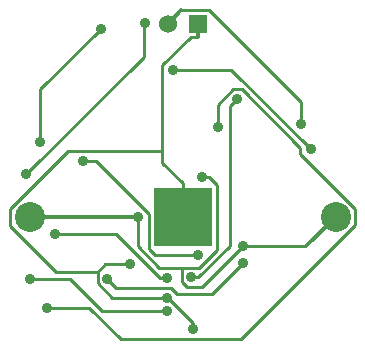
<source format=gbl>
G04 (created by PCBNEW (2013-mar-13)-testing) date Sun 15 Sep 2013 23:58:05 EST*
%MOIN*%
G04 Gerber Fmt 3.4, Leading zero omitted, Abs format*
%FSLAX34Y34*%
G01*
G70*
G90*
G04 APERTURE LIST*
%ADD10C,0.005906*%
%ADD11R,0.060000X0.060000*%
%ADD12C,0.060000*%
%ADD13R,0.196850X0.196850*%
%ADD14C,0.100000*%
%ADD15C,0.035000*%
%ADD16C,0.012000*%
%ADD17C,0.010000*%
G04 APERTURE END LIST*
G54D10*
G54D11*
X6445Y15448D03*
G54D12*
X5445Y15448D03*
G54D13*
X5945Y9000D03*
G54D14*
X846Y9000D03*
X11043Y9000D03*
G54D15*
X5426Y6315D03*
X6277Y5264D03*
X4200Y7416D03*
X727Y10418D03*
X867Y6929D03*
X5431Y5864D03*
X4679Y15473D03*
X2614Y10852D03*
X6445Y7738D03*
X1684Y8435D03*
X5422Y6965D03*
X1192Y11511D03*
X1429Y5960D03*
X7112Y12012D03*
X3213Y15276D03*
X5605Y13899D03*
X10217Y11253D03*
X7952Y8021D03*
X4452Y9000D03*
X6592Y10336D03*
X9877Y12091D03*
X7952Y7471D03*
X3432Y6945D03*
X7759Y12935D03*
X6234Y6988D03*
G54D16*
X6445Y15448D02*
X6445Y14998D01*
G54D17*
X5945Y9000D02*
X5945Y10134D01*
X3352Y7416D02*
X4200Y7416D01*
X3107Y7170D02*
X3352Y7416D01*
X5271Y10808D02*
X5271Y11189D01*
X5945Y10134D02*
X5271Y10808D01*
X6220Y14998D02*
X6445Y14998D01*
X5271Y14049D02*
X6220Y14998D01*
X5271Y11189D02*
X5271Y14049D01*
X3107Y6810D02*
X3107Y7170D01*
X3603Y6315D02*
X3107Y6810D01*
X5426Y6315D02*
X3603Y6315D01*
X6277Y5478D02*
X6277Y5264D01*
X5441Y6315D02*
X6277Y5478D01*
X5426Y6315D02*
X5441Y6315D01*
X2116Y11189D02*
X5271Y11189D01*
X195Y9268D02*
X2116Y11189D01*
X195Y8708D02*
X195Y9268D01*
X1733Y7170D02*
X195Y8708D01*
X3107Y7170D02*
X1733Y7170D01*
X4641Y15458D02*
X4665Y15458D01*
X4665Y15458D02*
X4679Y15473D01*
X727Y10418D02*
X4641Y14331D01*
X4641Y14331D02*
X4641Y15458D01*
X5431Y5864D02*
X3257Y5864D01*
X3257Y5864D02*
X2193Y6929D01*
X2193Y6929D02*
X867Y6929D01*
X6445Y7738D02*
X5020Y7738D01*
X5020Y7738D02*
X4810Y7948D01*
X4810Y7948D02*
X4810Y9113D01*
X4810Y9113D02*
X3071Y10852D01*
X3071Y10852D02*
X2614Y10852D01*
X5422Y6965D02*
X5196Y6965D01*
X5196Y6965D02*
X3726Y8435D01*
X3726Y8435D02*
X1684Y8435D01*
X1192Y13256D02*
X3213Y15276D01*
X1192Y11511D02*
X1192Y13256D01*
X1429Y5960D02*
X2838Y5960D01*
X2838Y5960D02*
X3872Y4926D01*
X7112Y12748D02*
X7112Y12012D01*
X7624Y13260D02*
X7112Y12748D01*
X7906Y13260D02*
X7624Y13260D01*
X9862Y11303D02*
X7906Y13260D01*
X9862Y11101D02*
X9862Y11303D01*
X11694Y9269D02*
X9862Y11101D01*
X11694Y8730D02*
X11694Y9269D01*
X7890Y4926D02*
X11694Y8730D01*
X3872Y4926D02*
X7890Y4926D01*
X7570Y13899D02*
X5605Y13899D01*
X10217Y11253D02*
X7570Y13899D01*
G54D16*
X11043Y9000D02*
X10064Y8021D01*
X846Y9000D02*
X4452Y9000D01*
G54D17*
X7952Y8021D02*
X10064Y8021D01*
X6582Y6650D02*
X7952Y8021D01*
X6103Y6650D02*
X6582Y6650D01*
X5909Y6845D02*
X6103Y6650D01*
X5909Y7306D02*
X5909Y6845D01*
X5167Y7306D02*
X5909Y7306D01*
X4452Y8021D02*
X5167Y7306D01*
X4452Y9000D02*
X4452Y8021D01*
X6815Y10336D02*
X6592Y10336D01*
X7079Y10071D02*
X6815Y10336D01*
X7079Y7900D02*
X7079Y10071D01*
X6492Y7313D02*
X7079Y7900D01*
X5916Y7313D02*
X6492Y7313D01*
X5909Y7306D02*
X5916Y7313D01*
G54D16*
X5445Y15448D02*
X5895Y15898D01*
G54D17*
X5895Y15898D02*
X6815Y15898D01*
X6815Y15898D02*
X9877Y12837D01*
X9877Y12837D02*
X9877Y12091D01*
X3737Y6640D02*
X3432Y6945D01*
X5561Y6640D02*
X3737Y6640D01*
X5758Y6443D02*
X5561Y6640D01*
X6924Y6443D02*
X5758Y6443D01*
X7952Y7471D02*
X6924Y6443D01*
X6465Y6988D02*
X6234Y6988D01*
X7524Y8047D02*
X6465Y6988D01*
X7524Y12700D02*
X7524Y8047D01*
X7759Y12935D02*
X7524Y12700D01*
M02*

</source>
